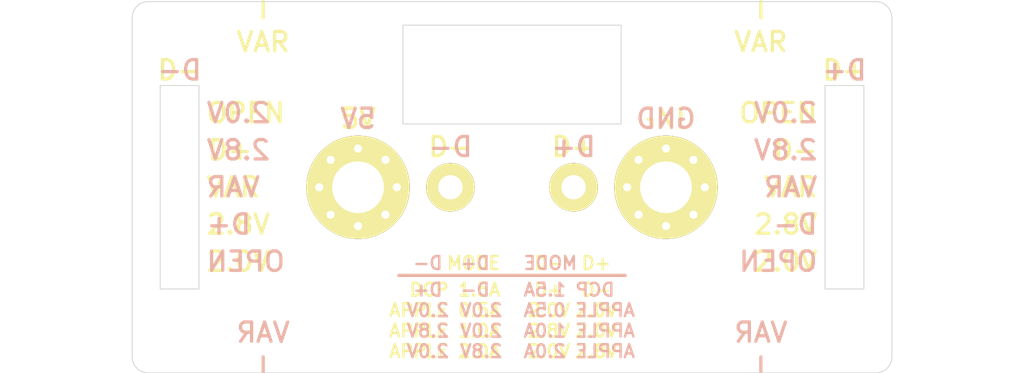
<source format=kicad_pcb>
(kicad_pcb (version 4) (host pcbnew "(2016-03-06 BZR 6610)-product")

  (general
    (links 0)
    (no_connects 0)
    (area 118.324999 88.399999 181.675001 111.600001)
    (thickness 1.6)
    (drawings 96)
    (tracks 0)
    (zones 0)
    (modules 4)
    (nets 5)
  )

  (page A4)
  (title_block
    (title "USB Adapter")
    (date 2016-04-20)
    (rev 1)
    (comment 1 "Grid Origin: 150, 100")
    (comment 4 "License: CC-BY-SA 4.0")
  )

  (layers
    (0 F.Cu signal)
    (31 B.Cu signal)
    (32 B.Adhes user)
    (33 F.Adhes user)
    (34 B.Paste user)
    (35 F.Paste user)
    (36 B.SilkS user hide)
    (37 F.SilkS user)
    (38 B.Mask user)
    (39 F.Mask user)
    (40 Dwgs.User user)
    (41 Cmts.User user)
    (42 Eco1.User user)
    (43 Eco2.User user)
    (44 Edge.Cuts user)
    (45 Margin user)
    (46 B.CrtYd user)
    (47 F.CrtYd user)
    (48 B.Fab user)
    (49 F.Fab user)
  )

  (setup
    (last_trace_width 0.25)
    (user_trace_width 0.5)
    (user_trace_width 1)
    (user_trace_width 2)
    (trace_clearance 0.15)
    (zone_clearance 0.2)
    (zone_45_only no)
    (trace_min 0.15)
    (segment_width 0.2)
    (edge_width 0.15)
    (via_size 0.6)
    (via_drill 0.4)
    (via_min_size 0.6)
    (via_min_drill 0.3)
    (uvia_size 0.3)
    (uvia_drill 0.1)
    (uvias_allowed no)
    (uvia_min_size 0.2)
    (uvia_min_drill 0.1)
    (pcb_text_width 0.3)
    (pcb_text_size 1.5 1.5)
    (mod_edge_width 0.15)
    (mod_text_size 1 1)
    (mod_text_width 0.15)
    (pad_size 2.2352 2.2352)
    (pad_drill 1.016)
    (pad_to_mask_clearance 0.2)
    (aux_axis_origin 0 0)
    (grid_origin 150 100)
    (visible_elements FFFEFF7F)
    (pcbplotparams
      (layerselection 0x00030_ffffffff)
      (usegerberextensions false)
      (excludeedgelayer true)
      (linewidth 0.100000)
      (plotframeref false)
      (viasonmask false)
      (mode 1)
      (useauxorigin false)
      (hpglpennumber 1)
      (hpglpenspeed 20)
      (hpglpendiameter 15)
      (psnegative false)
      (psa4output false)
      (plotreference true)
      (plotvalue true)
      (plotinvisibletext false)
      (padsonsilk false)
      (subtractmaskfromsilk false)
      (outputformat 1)
      (mirror false)
      (drillshape 1)
      (scaleselection 1)
      (outputdirectory ""))
  )

  (net 0 "")
  (net 1 VCC)
  (net 2 /D-)
  (net 3 /D+)
  (net 4 GND)

  (net_class Default "This is the default net class."
    (clearance 0.15)
    (trace_width 0.25)
    (via_dia 0.6)
    (via_drill 0.4)
    (uvia_dia 0.3)
    (uvia_drill 0.1)
    (add_net /D+)
    (add_net /D-)
    (add_net GND)
    (add_net VCC)
  )

  (module Mounting_Holes:MountingHole_3.2mm_M3_Pad_Via locked (layer F.Cu) (tedit 57167340) (tstamp 57165F73)
    (at 140.475 100)
    (descr "Mounting Hole 3.2mm, M3")
    (tags "mounting hole 3.2mm m3")
    (path /571641F9)
    (fp_text reference P3 (at -2.794 3.683) (layer F.SilkS) hide
      (effects (font (size 1 1) (thickness 0.15)))
    )
    (fp_text value 5V (at 0 4.2) (layer F.Fab)
      (effects (font (size 1 1) (thickness 0.15)))
    )
    (fp_circle (center 0 0) (end 3.2 0) (layer Cmts.User) (width 0.15))
    (fp_circle (center 0 0) (end 3.45 0) (layer F.CrtYd) (width 0.05))
    (pad 1 thru_hole circle (at 0 0) (size 6.4 6.4) (drill 3.2) (layers *.Cu *.Mask F.SilkS)
      (net 1 VCC))
    (pad "" thru_hole circle (at 2.4 0) (size 0.6 0.6) (drill 0.5) (layers *.Cu *.Mask))
    (pad "" thru_hole circle (at 1.697056 1.697056) (size 0.6 0.6) (drill 0.5) (layers *.Cu *.Mask))
    (pad "" thru_hole circle (at 0 2.4) (size 0.6 0.6) (drill 0.5) (layers *.Cu *.Mask))
    (pad "" thru_hole circle (at -1.697056 1.697056) (size 0.6 0.6) (drill 0.5) (layers *.Cu *.Mask))
    (pad "" thru_hole circle (at -2.4 0) (size 0.6 0.6) (drill 0.5) (layers *.Cu *.Mask))
    (pad "" thru_hole circle (at -1.697056 -1.697056) (size 0.6 0.6) (drill 0.5) (layers *.Cu *.Mask))
    (pad "" thru_hole circle (at 0 -2.4) (size 0.6 0.6) (drill 0.5) (layers *.Cu *.Mask))
    (pad "" thru_hole circle (at 1.697056 -1.697056) (size 0.6 0.6) (drill 0.5) (layers *.Cu *.Mask))
  )

  (module Mounting_Holes:MountingHole_3.2mm_M3_Pad_Via locked (layer F.Cu) (tedit 5716733D) (tstamp 57165F66)
    (at 159.525 100)
    (descr "Mounting Hole 3.2mm, M3")
    (tags "mounting hole 3.2mm m3")
    (path /5716422A)
    (fp_text reference P2 (at 2.794 3.683) (layer F.SilkS) hide
      (effects (font (size 1 1) (thickness 0.15)))
    )
    (fp_text value GND (at 0 4.2) (layer F.Fab)
      (effects (font (size 1 1) (thickness 0.15)))
    )
    (fp_circle (center 0 0) (end 3.2 0) (layer Cmts.User) (width 0.15))
    (fp_circle (center 0 0) (end 3.45 0) (layer F.CrtYd) (width 0.05))
    (pad 1 thru_hole circle (at 0 0) (size 6.4 6.4) (drill 3.2) (layers *.Cu *.Mask F.SilkS)
      (net 4 GND))
    (pad "" thru_hole circle (at 2.4 0) (size 0.6 0.6) (drill 0.5) (layers *.Cu *.Mask))
    (pad "" thru_hole circle (at 1.697056 1.697056) (size 0.6 0.6) (drill 0.5) (layers *.Cu *.Mask))
    (pad "" thru_hole circle (at 0 2.4) (size 0.6 0.6) (drill 0.5) (layers *.Cu *.Mask))
    (pad "" thru_hole circle (at -1.697056 1.697056) (size 0.6 0.6) (drill 0.5) (layers *.Cu *.Mask))
    (pad "" thru_hole circle (at -2.4 0) (size 0.6 0.6) (drill 0.5) (layers *.Cu *.Mask))
    (pad "" thru_hole circle (at -1.697056 -1.697056) (size 0.6 0.6) (drill 0.5) (layers *.Cu *.Mask))
    (pad "" thru_hole circle (at 0 -2.4) (size 0.6 0.6) (drill 0.5) (layers *.Cu *.Mask))
    (pad "" thru_hole circle (at 1.697056 -1.697056) (size 0.6 0.6) (drill 0.5) (layers *.Cu *.Mask))
  )

  (module Measurement_Points:Measurement_Point_Round-TH_Big locked (layer F.Cu) (tedit 57167509) (tstamp 57166ED6)
    (at 146.19 100)
    (descr "Mesurement Point, Round, Trough Hole,  DM 3mm, Drill 1.5mm,")
    (tags "Mesurement Point Round Trough Hole 3mm 1.5mm")
    (path /571670AA)
    (attr virtual)
    (fp_text reference P4 (at 0 -3) (layer F.SilkS) hide
      (effects (font (size 1 1) (thickness 0.15)))
    )
    (fp_text value D- (at 0 3) (layer F.Fab)
      (effects (font (size 1 1) (thickness 0.15)))
    )
    (fp_circle (center 0 0) (end 1.75 0) (layer F.CrtYd) (width 0.05))
    (pad 1 thru_hole circle (at 0 0) (size 3 3) (drill 1.5) (layers *.Cu *.Mask F.SilkS)
      (net 2 /D-))
  )

  (module Measurement_Points:Measurement_Point_Round-TH_Big locked (layer F.Cu) (tedit 5716750F) (tstamp 57166EDB)
    (at 153.81 100)
    (descr "Mesurement Point, Round, Trough Hole,  DM 3mm, Drill 1.5mm,")
    (tags "Mesurement Point Round Trough Hole 3mm 1.5mm")
    (path /57167171)
    (attr virtual)
    (fp_text reference P5 (at 0 -3) (layer F.SilkS) hide
      (effects (font (size 1 1) (thickness 0.15)))
    )
    (fp_text value D+ (at 0 3) (layer F.Fab)
      (effects (font (size 1 1) (thickness 0.15)))
    )
    (fp_circle (center 0 0) (end 1.75 0) (layer F.CrtYd) (width 0.05))
    (pad 1 thru_hole circle (at 0 0) (size 3 3) (drill 1.5) (layers *.Cu *.Mask F.SilkS)
      (net 3 /D+))
  )

  (gr_text "APPLE 2.0A" (at 149.365 110.16) (layer F.SilkS)
    (effects (font (size 0.8 0.8) (thickness 0.15)) (justify right))
  )
  (gr_text "APPLE 1.0A" (at 149.365 108.89) (layer F.SilkS)
    (effects (font (size 0.8 0.8) (thickness 0.15)) (justify right))
  )
  (gr_text "APPLE 0.5A" (at 149.365 107.62) (layer F.SilkS)
    (effects (font (size 0.8 0.8) (thickness 0.15)) (justify right))
  )
  (gr_text "DCP 1.5A" (at 149.365 106.35) (layer F.SilkS)
    (effects (font (size 0.8 0.8) (thickness 0.15)) (justify right))
  )
  (gr_text D+ (at 152.286 106.35) (layer F.SilkS)
    (effects (font (size 0.8 0.8) (thickness 0.15)))
  )
  (gr_text 2.0V (at 152.286 107.62) (layer F.SilkS)
    (effects (font (size 0.8 0.8) (thickness 0.15)))
  )
  (gr_text 2.8V (at 152.286 108.89) (layer F.SilkS)
    (effects (font (size 0.8 0.8) (thickness 0.15)))
  )
  (gr_text 2.0V (at 152.286 110.16) (layer F.SilkS)
    (effects (font (size 0.8 0.8) (thickness 0.15)))
  )
  (gr_text 2.8V (at 155.207 110.16) (layer F.SilkS)
    (effects (font (size 0.8 0.8) (thickness 0.15)))
  )
  (gr_text 2.0V (at 155.207 108.89) (layer F.SilkS)
    (effects (font (size 0.8 0.8) (thickness 0.15)))
  )
  (gr_text 2.0V (at 155.207 107.62) (layer F.SilkS)
    (effects (font (size 0.8 0.8) (thickness 0.15)))
  )
  (gr_text D- (at 155.207 106.35) (layer F.SilkS)
    (effects (font (size 0.8 0.8) (thickness 0.15)))
  )
  (gr_text MODE (at 149.365 104.699) (layer F.SilkS)
    (effects (font (size 0.8 0.8) (thickness 0.15)) (justify right))
  )
  (gr_text D+ (at 155.207 104.699) (layer F.SilkS)
    (effects (font (size 0.8 0.8) (thickness 0.15)))
  )
  (gr_text D- (at 152.286 104.699) (layer F.SilkS)
    (effects (font (size 0.8 0.8) (thickness 0.15)))
  )
  (gr_line (start 143 105.461) (end 157 105.461) (angle 90) (layer F.SilkS) (width 0.2))
  (gr_text MODE (at 150.635 104.699) (layer B.SilkS)
    (effects (font (size 0.8 0.8) (thickness 0.15)) (justify right mirror))
  )
  (gr_line (start 143 105.461) (end 157 105.461) (angle 90) (layer B.SilkS) (width 0.2))
  (gr_text D+ (at 147.714 104.699) (layer B.SilkS)
    (effects (font (size 0.8 0.8) (thickness 0.15)) (justify mirror))
  )
  (gr_text D- (at 144.793 104.699) (layer B.SilkS)
    (effects (font (size 0.8 0.8) (thickness 0.15)) (justify mirror))
  )
  (gr_text D- (at 147.714 106.35) (layer B.SilkS)
    (effects (font (size 0.8 0.8) (thickness 0.15)) (justify mirror))
  )
  (gr_text 2.0V (at 131 95.4) (layer B.SilkS)
    (effects (font (size 1.2 1.2) (thickness 0.2)) (justify right mirror))
  )
  (gr_text 2.8V (at 131 97.7) (layer B.SilkS)
    (effects (font (size 1.2 1.2) (thickness 0.2)) (justify right mirror))
  )
  (gr_text VAR (at 131 100) (layer B.SilkS)
    (effects (font (size 1.2 1.2) (thickness 0.2)) (justify right mirror))
  )
  (gr_text D+ (at 131 102.3) (layer B.SilkS)
    (effects (font (size 1.2 1.2) (thickness 0.2)) (justify right mirror))
  )
  (gr_text OPEN (at 131 104.6) (layer B.SilkS)
    (effects (font (size 1.2 1.2) (thickness 0.2)) (justify right mirror))
  )
  (gr_line (start 134.605 110.5) (end 134.605 111.5) (angle 90) (layer B.SilkS) (width 0.2))
  (gr_text VAR (at 134.605 109) (layer B.SilkS)
    (effects (font (size 1.2 1.2) (thickness 0.2)) (justify mirror))
  )
  (gr_line (start 165.395 111.5) (end 165.395 110.5) (angle 90) (layer B.SilkS) (width 0.2))
  (gr_text VAR (at 165.395 109) (layer B.SilkS)
    (effects (font (size 1.2 1.2) (thickness 0.2)) (justify mirror))
  )
  (gr_text 2.0V (at 169 95.4) (layer B.SilkS)
    (effects (font (size 1.2 1.2) (thickness 0.2)) (justify left mirror))
  )
  (gr_text 2.8V (at 169 97.7) (layer B.SilkS)
    (effects (font (size 1.2 1.2) (thickness 0.2)) (justify left mirror))
  )
  (gr_text VAR (at 169 100) (layer B.SilkS)
    (effects (font (size 1.2 1.2) (thickness 0.2)) (justify left mirror))
  )
  (gr_text D- (at 169 102.3) (layer B.SilkS)
    (effects (font (size 1.2 1.2) (thickness 0.2)) (justify left mirror))
  )
  (gr_text OPEN (at 169 104.6) (layer B.SilkS)
    (effects (font (size 1.2 1.2) (thickness 0.2)) (justify left mirror))
  )
  (gr_text D+ (at 170.565 92.75) (layer B.SilkS)
    (effects (font (size 1.2 1.2) (thickness 0.2)) (justify mirror))
  )
  (gr_text D- (at 129.435 92.75) (layer B.SilkS)
    (effects (font (size 1.2 1.2) (thickness 0.2)) (justify mirror))
  )
  (gr_text GND (at 159.525 95.75) (layer B.SilkS)
    (effects (font (size 1.2 1.2) (thickness 0.2)) (justify mirror))
  )
  (gr_text D+ (at 153.81 97.5) (layer B.SilkS)
    (effects (font (size 1.2 1.2) (thickness 0.2)) (justify mirror))
  )
  (gr_text D- (at 146.19 97.5) (layer B.SilkS)
    (effects (font (size 1.2 1.2) (thickness 0.2)) (justify mirror))
  )
  (gr_text 5V (at 140.475 95.75) (layer B.SilkS)
    (effects (font (size 1.2 1.2) (thickness 0.2)) (justify mirror))
  )
  (gr_text 2.0V (at 148.095 107.62) (layer B.SilkS)
    (effects (font (size 0.8 0.8) (thickness 0.15)) (justify mirror))
  )
  (gr_text 2.8V (at 148.095 110.16) (layer B.SilkS)
    (effects (font (size 0.8 0.8) (thickness 0.15)) (justify mirror))
  )
  (gr_text 2.0V (at 148.095 108.89) (layer B.SilkS)
    (effects (font (size 0.8 0.8) (thickness 0.15)) (justify mirror))
  )
  (gr_text 2.0V (at 144.793 110.16) (layer B.SilkS)
    (effects (font (size 0.8 0.8) (thickness 0.15)) (justify mirror))
  )
  (gr_text 2.8V (at 144.793 108.89) (layer B.SilkS)
    (effects (font (size 0.8 0.8) (thickness 0.15)) (justify mirror))
  )
  (gr_text 2.0V (at 144.793 107.62) (layer B.SilkS)
    (effects (font (size 0.8 0.8) (thickness 0.15)) (justify mirror))
  )
  (gr_text "APPLE 2.0A" (at 150.635 110.16) (layer B.SilkS)
    (effects (font (size 0.8 0.8) (thickness 0.15)) (justify right mirror))
  )
  (gr_text D+ (at 144.793 106.35) (layer B.SilkS)
    (effects (font (size 0.8 0.8) (thickness 0.15)) (justify mirror))
  )
  (gr_text "DCP 1.5A" (at 150.635 106.35) (layer B.SilkS)
    (effects (font (size 0.8 0.8) (thickness 0.15)) (justify right mirror))
  )
  (gr_text "APPLE 1.0A" (at 150.635 108.89) (layer B.SilkS)
    (effects (font (size 0.8 0.8) (thickness 0.15)) (justify right mirror))
  )
  (gr_text "APPLE 0.5A" (at 150.635 107.62) (layer B.SilkS)
    (effects (font (size 0.8 0.8) (thickness 0.15)) (justify right mirror))
  )
  (gr_text VAR (at 134.605 91) (layer F.SilkS)
    (effects (font (size 1.2 1.2) (thickness 0.2)))
  )
  (gr_text VAR (at 165.395 91) (layer F.SilkS)
    (effects (font (size 1.2 1.2) (thickness 0.2)))
  )
  (gr_line (start 165.395 88.5) (end 165.395 89.5) (angle 90) (layer F.SilkS) (width 0.2))
  (gr_text 2.0V (at 169 104.6) (layer F.SilkS)
    (effects (font (size 1.2 1.2) (thickness 0.2)) (justify right))
  )
  (gr_text 2.8V (at 169 102.3) (layer F.SilkS)
    (effects (font (size 1.2 1.2) (thickness 0.2)) (justify right))
  )
  (gr_text VAR (at 169 100) (layer F.SilkS)
    (effects (font (size 1.2 1.2) (thickness 0.2)) (justify right))
  )
  (gr_text D- (at 169 97.7) (layer F.SilkS)
    (effects (font (size 1.2 1.2) (thickness 0.2)) (justify right))
  )
  (gr_text OPEN (at 169 95.4) (layer F.SilkS)
    (effects (font (size 1.2 1.2) (thickness 0.2)) (justify right))
  )
  (gr_text 2.0V (at 131 104.6) (layer F.SilkS)
    (effects (font (size 1.2 1.2) (thickness 0.2)) (justify left))
  )
  (gr_text 2.8V (at 131 102.3) (layer F.SilkS)
    (effects (font (size 1.2 1.2) (thickness 0.2)) (justify left))
  )
  (gr_text VAR (at 131 100) (layer F.SilkS)
    (effects (font (size 1.2 1.2) (thickness 0.2)) (justify left))
  )
  (gr_text D+ (at 131.077 97.7) (layer F.SilkS)
    (effects (font (size 1.2 1.2) (thickness 0.2)) (justify left))
  )
  (gr_text OPEN (at 131 95.4) (layer F.SilkS)
    (effects (font (size 1.2 1.2) (thickness 0.2)) (justify left))
  )
  (gr_text D+ (at 170.565 92.75) (layer F.SilkS)
    (effects (font (size 1.2 1.2) (thickness 0.2)))
  )
  (gr_text D- (at 129.435 92.75) (layer F.SilkS)
    (effects (font (size 1.2 1.2) (thickness 0.2)))
  )
  (gr_text D+ (at 153.81 97.5) (layer F.SilkS)
    (effects (font (size 1.2 1.2) (thickness 0.2)))
  )
  (gr_text D- (at 146.19 97.5) (layer F.SilkS)
    (effects (font (size 1.2 1.2) (thickness 0.2)))
  )
  (gr_text GND (at 159.525 95.75) (layer F.SilkS)
    (effects (font (size 1.2 1.2) (thickness 0.2)))
  )
  (gr_text 5V (at 140.475 95.75) (layer F.SilkS)
    (effects (font (size 1.2 1.2) (thickness 0.2)))
  )
  (gr_arc (start 127.5 110.5) (end 127.5 111.5) (angle 90) (layer Edge.Cuts) (width 0.05))
  (gr_arc (start 172.5 110.5) (end 173.5 110.5) (angle 90) (layer Edge.Cuts) (width 0.05))
  (gr_arc (start 172.5 89.5) (end 172.5 88.5) (angle 90) (layer Edge.Cuts) (width 0.05))
  (gr_arc (start 127.5 89.5) (end 126.5 89.5) (angle 90) (layer Edge.Cuts) (width 0.05))
  (gr_circle (center 178.575 100) (end 178.575 103) (layer Cmts.User) (width 0.2))
  (gr_circle (center 121.425 100) (end 121.425 103) (layer Cmts.User) (width 0.2))
  (gr_line (start 172.5 88.5) (end 127.5 88.5) (angle 90) (layer Edge.Cuts) (width 0.05))
  (gr_line (start 173.5 110.5) (end 173.5 89.5) (angle 90) (layer Edge.Cuts) (width 0.05))
  (gr_line (start 127.5 111.5) (end 172.5 111.5) (angle 90) (layer Edge.Cuts) (width 0.05))
  (gr_line (start 126.5 89.5) (end 126.5 110.5) (angle 90) (layer Edge.Cuts) (width 0.05))
  (gr_line (start 134.605 88.5) (end 134.605 89.5) (angle 90) (layer F.SilkS) (width 0.2))
  (gr_line (start 156.75 89.96) (end 143.25 89.96) (angle 90) (layer Edge.Cuts) (width 0.05))
  (gr_line (start 156.75 96.08) (end 156.75 89.96) (angle 90) (layer Edge.Cuts) (width 0.05))
  (gr_line (start 143.25 96.08) (end 156.75 96.08) (angle 90) (layer Edge.Cuts) (width 0.05))
  (gr_line (start 143.25 89.96) (end 143.25 96.08) (angle 90) (layer Edge.Cuts) (width 0.05))
  (gr_line (start 171.765 93.7) (end 169.365 93.7) (angle 90) (layer Edge.Cuts) (width 0.05))
  (gr_line (start 171.765 106.3) (end 171.765 93.7) (angle 90) (layer Edge.Cuts) (width 0.05))
  (gr_line (start 169.365 106.3) (end 171.765 106.3) (angle 90) (layer Edge.Cuts) (width 0.05))
  (gr_line (start 169.365 93.7) (end 169.365 106.3) (angle 90) (layer Edge.Cuts) (width 0.05))
  (gr_line (start 130.635 93.7) (end 128.235 93.7) (angle 90) (layer Edge.Cuts) (width 0.05))
  (gr_line (start 130.635 106.3) (end 130.635 93.7) (angle 90) (layer Edge.Cuts) (width 0.05))
  (gr_line (start 128.235 106.3) (end 130.635 106.3) (angle 90) (layer Edge.Cuts) (width 0.05))
  (gr_line (start 128.235 93.7) (end 128.235 106.3) (angle 90) (layer Edge.Cuts) (width 0.05))
  (gr_circle (center 178.575 100) (end 178.575 103) (layer Cmts.User) (width 0.2))
  (gr_circle (center 121.425 100) (end 121.425 103) (layer Cmts.User) (width 0.2))

)

</source>
